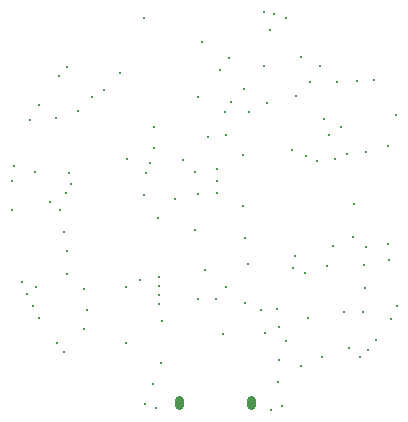
<source format=gbr>
%TF.GenerationSoftware,KiCad,Pcbnew,5.1.5+dfsg1-2~bpo10+1*%
%TF.CreationDate,Date%
%TF.ProjectId,osw-light,6f73772d-6c69-4676-9874-2e6b69636164,1.0*%
%TF.SameCoordinates,Original*%
%TF.FileFunction,Plated,1,4,PTH,Mixed*%
%TF.FilePolarity,Positive*%
%FSLAX46Y46*%
G04 Gerber Fmt 4.6, Leading zero omitted, Abs format (unit mm)*
G04 Created by KiCad*
%MOMM*%
%LPD*%
G04 APERTURE LIST*
%TA.AperFunction,ViaDrill*%
%ADD10C,0.330200*%
%TD*%
G04 aperture for slot hole*
%TA.AperFunction,ComponentDrill*%
%ADD11C,0.750000*%
%TD*%
G04 APERTURE END LIST*
D10*
X58991500Y-99034600D03*
X59029600Y-101447600D03*
X59182000Y-97790000D03*
X59842400Y-107619800D03*
X60274200Y-108559600D03*
X60502800Y-93878400D03*
X60833000Y-109651800D03*
X60979899Y-98298000D03*
X61061600Y-108000800D03*
X61264800Y-92557600D03*
X61264800Y-110642400D03*
X62230000Y-100838000D03*
X62738000Y-93726000D03*
X62788800Y-112776000D03*
X62992000Y-90119200D03*
X63119000Y-101498500D03*
X63398400Y-103327200D03*
X63449200Y-113487200D03*
X63561670Y-100028337D03*
X63644278Y-104963690D03*
X63703200Y-89408000D03*
X63703200Y-106883200D03*
X63853875Y-98390911D03*
X64008000Y-99263200D03*
X64617600Y-93065600D03*
X65074800Y-111556800D03*
X65125600Y-108153200D03*
X65328800Y-109982000D03*
X65786000Y-91897200D03*
X66802000Y-91338400D03*
X68122800Y-89916000D03*
X68630800Y-108000800D03*
X68630800Y-112776000D03*
X68783200Y-97154900D03*
X69849900Y-107442000D03*
X70154800Y-85242400D03*
X70205600Y-100177600D03*
X70307200Y-117906800D03*
X70358000Y-98392100D03*
X70713600Y-97536000D03*
X70967600Y-116230400D03*
X71018400Y-96266000D03*
X71069200Y-94437200D03*
X71221600Y-118211600D03*
X71399500Y-102158800D03*
X71424800Y-107137200D03*
X71424800Y-107899200D03*
X71424800Y-108661200D03*
X71424800Y-109423200D03*
X71628000Y-114452400D03*
X71729600Y-110917100D03*
X72781323Y-100548277D03*
X73456800Y-97231200D03*
X74472800Y-103200200D03*
X74498300Y-98247200D03*
X74726800Y-91897200D03*
X74726800Y-109016800D03*
X74777600Y-100126800D03*
X75082400Y-87274400D03*
X75394514Y-106531819D03*
X75613610Y-95273210D03*
X76250800Y-109016800D03*
X76336000Y-98044000D03*
X76336000Y-99060000D03*
X76336000Y-100076000D03*
X76657200Y-89662000D03*
X76911200Y-111963200D03*
X77077665Y-93182219D03*
X77165200Y-95097600D03*
X77165200Y-108000800D03*
X77419200Y-88595200D03*
X77591512Y-92310915D03*
X78587600Y-96824800D03*
X78587600Y-101142800D03*
X78645453Y-91228347D03*
X78740000Y-103892410D03*
X78740000Y-109372400D03*
X78994000Y-106067410D03*
X79044800Y-93167200D03*
X80060800Y-109982000D03*
X80314800Y-89255600D03*
X80365600Y-84683600D03*
X80404251Y-111905123D03*
X80568800Y-92456000D03*
X80857003Y-86274997D03*
X80924400Y-118414800D03*
X81229200Y-84886800D03*
X81432400Y-109880400D03*
X81534000Y-116027200D03*
X81584800Y-111353600D03*
X81635600Y-114198400D03*
X81889600Y-118110000D03*
X82245200Y-85191600D03*
X82245200Y-112585500D03*
X82753200Y-96367600D03*
X82804000Y-106426000D03*
X82956400Y-105342410D03*
X83058000Y-91846400D03*
X83058000Y-91846400D03*
X83464400Y-88544400D03*
X83515200Y-114706400D03*
X83820000Y-106832400D03*
X83870800Y-96875600D03*
X84077622Y-110615633D03*
X84277200Y-90678000D03*
X84836000Y-97332800D03*
X85090000Y-89285099D03*
X85242400Y-113944400D03*
X85445600Y-93776800D03*
X85699600Y-106222800D03*
X85852000Y-95126643D03*
X86156800Y-104495600D03*
X86360000Y-97180400D03*
X86563200Y-90678000D03*
X86866601Y-94483743D03*
X87122000Y-110134400D03*
X87376000Y-96774000D03*
X87528400Y-113131600D03*
X87884000Y-103733600D03*
X87934800Y-100939600D03*
X88188800Y-90525600D03*
X88442800Y-113944400D03*
X88722100Y-110083600D03*
X88798400Y-106172000D03*
X88900000Y-108100000D03*
X88950800Y-96570800D03*
X88950800Y-104597200D03*
X89154000Y-113334800D03*
X89662000Y-90449400D03*
X89865200Y-112496600D03*
X90864704Y-96082901D03*
X90864704Y-104369514D03*
X90932000Y-105714800D03*
X91135200Y-110680500D03*
X91541600Y-93421200D03*
X91592400Y-109626400D03*
D11*
%TO.C,U5*%
X73152000Y-118017500D02*
X73152000Y-117567500D01*
X79248000Y-118017500D02*
X79248000Y-117567500D01*
M02*

</source>
